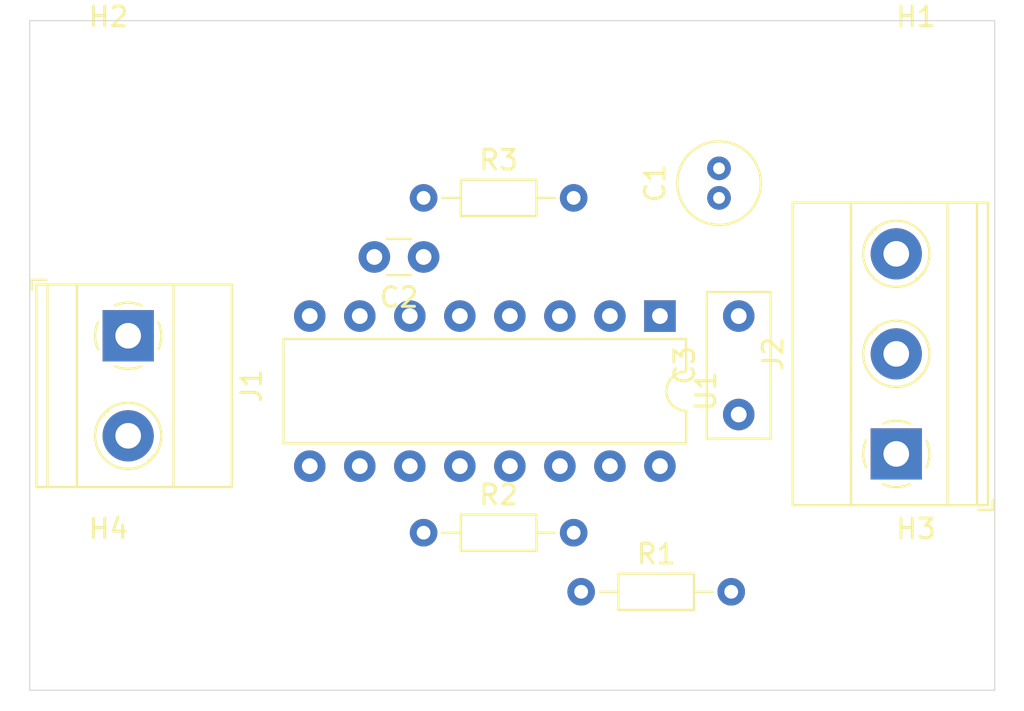
<source format=kicad_pcb>
(kicad_pcb (version 20171130) (host pcbnew "(5.1.9)-1")

  (general
    (thickness 1.6)
    (drawings 4)
    (tracks 0)
    (zones 0)
    (modules 13)
    (nets 1)
  )

  (page A4)
  (layers
    (0 F.Cu signal)
    (31 B.Cu signal)
    (32 B.Adhes user)
    (33 F.Adhes user)
    (34 B.Paste user)
    (35 F.Paste user)
    (36 B.SilkS user)
    (37 F.SilkS user)
    (38 B.Mask user)
    (39 F.Mask user)
    (40 Dwgs.User user)
    (41 Cmts.User user)
    (42 Eco1.User user)
    (43 Eco2.User user)
    (44 Edge.Cuts user)
    (45 Margin user)
    (46 B.CrtYd user)
    (47 F.CrtYd user)
    (48 B.Fab user)
    (49 F.Fab user)
  )

  (setup
    (last_trace_width 0.25)
    (trace_clearance 0.2)
    (zone_clearance 0.508)
    (zone_45_only no)
    (trace_min 0.2)
    (via_size 0.8)
    (via_drill 0.4)
    (via_min_size 0.4)
    (via_min_drill 0.3)
    (uvia_size 0.3)
    (uvia_drill 0.1)
    (uvias_allowed no)
    (uvia_min_size 0.2)
    (uvia_min_drill 0.1)
    (edge_width 0.05)
    (segment_width 0.2)
    (pcb_text_width 0.3)
    (pcb_text_size 1.5 1.5)
    (mod_edge_width 0.12)
    (mod_text_size 1 1)
    (mod_text_width 0.15)
    (pad_size 1.524 1.524)
    (pad_drill 0.762)
    (pad_to_mask_clearance 0)
    (aux_axis_origin 0 0)
    (visible_elements 7FFFFFFF)
    (pcbplotparams
      (layerselection 0x010fc_ffffffff)
      (usegerberextensions false)
      (usegerberattributes true)
      (usegerberadvancedattributes true)
      (creategerberjobfile true)
      (excludeedgelayer true)
      (linewidth 0.100000)
      (plotframeref false)
      (viasonmask false)
      (mode 1)
      (useauxorigin false)
      (hpglpennumber 1)
      (hpglpenspeed 20)
      (hpglpendiameter 15.000000)
      (psnegative false)
      (psa4output false)
      (plotreference true)
      (plotvalue true)
      (plotinvisibletext false)
      (padsonsilk false)
      (subtractmaskfromsilk false)
      (outputformat 1)
      (mirror false)
      (drillshape 1)
      (scaleselection 1)
      (outputdirectory ""))
  )

  (net 0 "")

  (net_class Default "This is the default net class."
    (clearance 0.2)
    (trace_width 0.25)
    (via_dia 0.8)
    (via_drill 0.4)
    (uvia_dia 0.3)
    (uvia_drill 0.1)
  )

  (module Capacitor_THT:C_Radial_D4.0mm_H7.0mm_P1.50mm (layer F.Cu) (tedit 5BC5C9B9) (tstamp 601BCD24)
    (at 106 46 90)
    (descr "C, Radial series, Radial, pin pitch=1.50mm, diameter=4mm, height=7mm, Non-Polar Electrolytic Capacitor")
    (tags "C Radial series Radial pin pitch 1.50mm diameter 4mm height 7mm Non-Polar Electrolytic Capacitor")
    (path /601BA0C9)
    (fp_text reference C1 (at 0.75 -3.25 90) (layer F.SilkS)
      (effects (font (size 1 1) (thickness 0.15)))
    )
    (fp_text value CAP (at 0.75 3.25 90) (layer F.Fab)
      (effects (font (size 1 1) (thickness 0.15)))
    )
    (fp_circle (center 0.75 0) (end 2.75 0) (layer F.Fab) (width 0.1))
    (fp_circle (center 0.75 0) (end 2.87 0) (layer F.SilkS) (width 0.12))
    (fp_circle (center 0.75 0) (end 3 0) (layer F.CrtYd) (width 0.05))
    (fp_text user %R (at 0.75 0 90) (layer F.Fab)
      (effects (font (size 0.8 0.8) (thickness 0.12)))
    )
    (pad 1 thru_hole circle (at 0 0 90) (size 1.2 1.2) (drill 0.6) (layers *.Cu *.Mask))
    (pad 2 thru_hole circle (at 1.5 0 90) (size 1.2 1.2) (drill 0.6) (layers *.Cu *.Mask))
    (model ${KISYS3DMOD}/Capacitor_THT.3dshapes/C_Radial_D4.0mm_H7.0mm_P1.50mm.wrl
      (at (xyz 0 0 0))
      (scale (xyz 1 1 1))
      (rotate (xyz 0 0 0))
    )
  )

  (module Capacitor_THT:C_Rect_L7.2mm_W3.0mm_P5.00mm_FKS2_FKP2_MKS2_MKP2 (layer F.Cu) (tedit 5AE50EF0) (tstamp 601BCD4A)
    (at 107 57 90)
    (descr "C, Rect series, Radial, pin pitch=5.00mm, , length*width=7.2*3.0mm^2, Capacitor, http://www.wima.com/EN/WIMA_FKS_2.pdf")
    (tags "C Rect series Radial pin pitch 5.00mm  length 7.2mm width 3.0mm Capacitor")
    (path /601BAAF9)
    (fp_text reference C3 (at 2.5 -2.75 90) (layer F.SilkS)
      (effects (font (size 1 1) (thickness 0.15)))
    )
    (fp_text value CAP (at 2.5 2.75 90) (layer F.Fab)
      (effects (font (size 1 1) (thickness 0.15)))
    )
    (fp_line (start -1.1 -1.5) (end -1.1 1.5) (layer F.Fab) (width 0.1))
    (fp_line (start -1.1 1.5) (end 6.1 1.5) (layer F.Fab) (width 0.1))
    (fp_line (start 6.1 1.5) (end 6.1 -1.5) (layer F.Fab) (width 0.1))
    (fp_line (start 6.1 -1.5) (end -1.1 -1.5) (layer F.Fab) (width 0.1))
    (fp_line (start -1.22 -1.62) (end 6.22 -1.62) (layer F.SilkS) (width 0.12))
    (fp_line (start -1.22 1.62) (end 6.22 1.62) (layer F.SilkS) (width 0.12))
    (fp_line (start -1.22 -1.62) (end -1.22 1.62) (layer F.SilkS) (width 0.12))
    (fp_line (start 6.22 -1.62) (end 6.22 1.62) (layer F.SilkS) (width 0.12))
    (fp_line (start -1.35 -1.75) (end -1.35 1.75) (layer F.CrtYd) (width 0.05))
    (fp_line (start -1.35 1.75) (end 6.35 1.75) (layer F.CrtYd) (width 0.05))
    (fp_line (start 6.35 1.75) (end 6.35 -1.75) (layer F.CrtYd) (width 0.05))
    (fp_line (start 6.35 -1.75) (end -1.35 -1.75) (layer F.CrtYd) (width 0.05))
    (fp_text user %R (at 2.5 0 90) (layer F.Fab)
      (effects (font (size 1 1) (thickness 0.15)))
    )
    (pad 1 thru_hole circle (at 0 0 90) (size 1.6 1.6) (drill 0.8) (layers *.Cu *.Mask))
    (pad 2 thru_hole circle (at 5 0 90) (size 1.6 1.6) (drill 0.8) (layers *.Cu *.Mask))
    (model ${KISYS3DMOD}/Capacitor_THT.3dshapes/C_Rect_L7.2mm_W3.0mm_P5.00mm_FKS2_FKP2_MKS2_MKP2.wrl
      (at (xyz 0 0 0))
      (scale (xyz 1 1 1))
      (rotate (xyz 0 0 0))
    )
  )

  (module MountingHole:MountingHole_3.2mm_M3 (layer F.Cu) (tedit 56D1B4CB) (tstamp 601BCD52)
    (at 116 41)
    (descr "Mounting Hole 3.2mm, no annular, M3")
    (tags "mounting hole 3.2mm no annular m3")
    (path /601BB116)
    (attr virtual)
    (fp_text reference H1 (at 0 -4.2) (layer F.SilkS)
      (effects (font (size 1 1) (thickness 0.15)))
    )
    (fp_text value MountingHole (at 0 4.2) (layer F.Fab)
      (effects (font (size 1 1) (thickness 0.15)))
    )
    (fp_circle (center 0 0) (end 3.2 0) (layer Cmts.User) (width 0.15))
    (fp_circle (center 0 0) (end 3.45 0) (layer F.CrtYd) (width 0.05))
    (fp_text user %R (at 0.3 0) (layer F.Fab)
      (effects (font (size 1 1) (thickness 0.15)))
    )
    (pad 1 np_thru_hole circle (at 0 0) (size 3.2 3.2) (drill 3.2) (layers *.Cu *.Mask))
  )

  (module MountingHole:MountingHole_3.2mm_M3 (layer F.Cu) (tedit 56D1B4CB) (tstamp 601BCD5A)
    (at 75 41)
    (descr "Mounting Hole 3.2mm, no annular, M3")
    (tags "mounting hole 3.2mm no annular m3")
    (path /601BC0D3)
    (attr virtual)
    (fp_text reference H2 (at 0 -4.2) (layer F.SilkS)
      (effects (font (size 1 1) (thickness 0.15)))
    )
    (fp_text value MountingHole (at 0 4.2) (layer F.Fab)
      (effects (font (size 1 1) (thickness 0.15)))
    )
    (fp_circle (center 0 0) (end 3.45 0) (layer F.CrtYd) (width 0.05))
    (fp_circle (center 0 0) (end 3.2 0) (layer Cmts.User) (width 0.15))
    (fp_text user %R (at 0.3 0) (layer F.Fab)
      (effects (font (size 1 1) (thickness 0.15)))
    )
    (pad 1 np_thru_hole circle (at 0 0) (size 3.2 3.2) (drill 3.2) (layers *.Cu *.Mask))
  )

  (module MountingHole:MountingHole_3.2mm_M3 (layer F.Cu) (tedit 56D1B4CB) (tstamp 601BCD62)
    (at 116 67)
    (descr "Mounting Hole 3.2mm, no annular, M3")
    (tags "mounting hole 3.2mm no annular m3")
    (path /601BC1FE)
    (attr virtual)
    (fp_text reference H3 (at 0 -4.2) (layer F.SilkS)
      (effects (font (size 1 1) (thickness 0.15)))
    )
    (fp_text value MountingHole (at 0 4.2) (layer F.Fab)
      (effects (font (size 1 1) (thickness 0.15)))
    )
    (fp_circle (center 0 0) (end 3.2 0) (layer Cmts.User) (width 0.15))
    (fp_circle (center 0 0) (end 3.45 0) (layer F.CrtYd) (width 0.05))
    (fp_text user %R (at 0.3 0) (layer F.Fab)
      (effects (font (size 1 1) (thickness 0.15)))
    )
    (pad 1 np_thru_hole circle (at 0 0) (size 3.2 3.2) (drill 3.2) (layers *.Cu *.Mask))
  )

  (module MountingHole:MountingHole_3.2mm_M3 (layer F.Cu) (tedit 56D1B4CB) (tstamp 601BCD6A)
    (at 75 67)
    (descr "Mounting Hole 3.2mm, no annular, M3")
    (tags "mounting hole 3.2mm no annular m3")
    (path /601BC3B9)
    (attr virtual)
    (fp_text reference H4 (at 0 -4.2) (layer F.SilkS)
      (effects (font (size 1 1) (thickness 0.15)))
    )
    (fp_text value MountingHole (at 0 4.2) (layer F.Fab)
      (effects (font (size 1 1) (thickness 0.15)))
    )
    (fp_circle (center 0 0) (end 3.45 0) (layer F.CrtYd) (width 0.05))
    (fp_circle (center 0 0) (end 3.2 0) (layer Cmts.User) (width 0.15))
    (fp_text user %R (at 0.3 0) (layer F.Fab)
      (effects (font (size 1 1) (thickness 0.15)))
    )
    (pad 1 np_thru_hole circle (at 0 0) (size 3.2 3.2) (drill 3.2) (layers *.Cu *.Mask))
  )

  (module TerminalBlock_Phoenix:TerminalBlock_Phoenix_MKDS-1,5-2-5.08_1x02_P5.08mm_Horizontal (layer F.Cu) (tedit 5B294EBC) (tstamp 601BCD96)
    (at 76 53 270)
    (descr "Terminal Block Phoenix MKDS-1,5-2-5.08, 2 pins, pitch 5.08mm, size 10.2x9.8mm^2, drill diamater 1.3mm, pad diameter 2.6mm, see http://www.farnell.com/datasheets/100425.pdf, script-generated using https://github.com/pointhi/kicad-footprint-generator/scripts/TerminalBlock_Phoenix")
    (tags "THT Terminal Block Phoenix MKDS-1,5-2-5.08 pitch 5.08mm size 10.2x9.8mm^2 drill 1.3mm pad 2.6mm")
    (path /601B7954)
    (fp_text reference J1 (at 2.54 -6.26 90) (layer F.SilkS)
      (effects (font (size 1 1) (thickness 0.15)))
    )
    (fp_text value Screw_Terminal_01x02 (at 2.54 5.66 90) (layer F.Fab)
      (effects (font (size 1 1) (thickness 0.15)))
    )
    (fp_circle (center 0 0) (end 1.5 0) (layer F.Fab) (width 0.1))
    (fp_circle (center 5.08 0) (end 6.58 0) (layer F.Fab) (width 0.1))
    (fp_circle (center 5.08 0) (end 6.76 0) (layer F.SilkS) (width 0.12))
    (fp_line (start -2.54 -5.2) (end 7.62 -5.2) (layer F.Fab) (width 0.1))
    (fp_line (start 7.62 -5.2) (end 7.62 4.6) (layer F.Fab) (width 0.1))
    (fp_line (start 7.62 4.6) (end -2.04 4.6) (layer F.Fab) (width 0.1))
    (fp_line (start -2.04 4.6) (end -2.54 4.1) (layer F.Fab) (width 0.1))
    (fp_line (start -2.54 4.1) (end -2.54 -5.2) (layer F.Fab) (width 0.1))
    (fp_line (start -2.54 4.1) (end 7.62 4.1) (layer F.Fab) (width 0.1))
    (fp_line (start -2.6 4.1) (end 7.68 4.1) (layer F.SilkS) (width 0.12))
    (fp_line (start -2.54 2.6) (end 7.62 2.6) (layer F.Fab) (width 0.1))
    (fp_line (start -2.6 2.6) (end 7.68 2.6) (layer F.SilkS) (width 0.12))
    (fp_line (start -2.54 -2.3) (end 7.62 -2.3) (layer F.Fab) (width 0.1))
    (fp_line (start -2.6 -2.301) (end 7.68 -2.301) (layer F.SilkS) (width 0.12))
    (fp_line (start -2.6 -5.261) (end 7.68 -5.261) (layer F.SilkS) (width 0.12))
    (fp_line (start -2.6 4.66) (end 7.68 4.66) (layer F.SilkS) (width 0.12))
    (fp_line (start -2.6 -5.261) (end -2.6 4.66) (layer F.SilkS) (width 0.12))
    (fp_line (start 7.68 -5.261) (end 7.68 4.66) (layer F.SilkS) (width 0.12))
    (fp_line (start 1.138 -0.955) (end -0.955 1.138) (layer F.Fab) (width 0.1))
    (fp_line (start 0.955 -1.138) (end -1.138 0.955) (layer F.Fab) (width 0.1))
    (fp_line (start 6.218 -0.955) (end 4.126 1.138) (layer F.Fab) (width 0.1))
    (fp_line (start 6.035 -1.138) (end 3.943 0.955) (layer F.Fab) (width 0.1))
    (fp_line (start 6.355 -1.069) (end 6.308 -1.023) (layer F.SilkS) (width 0.12))
    (fp_line (start 4.046 1.239) (end 4.011 1.274) (layer F.SilkS) (width 0.12))
    (fp_line (start 6.15 -1.275) (end 6.115 -1.239) (layer F.SilkS) (width 0.12))
    (fp_line (start 3.853 1.023) (end 3.806 1.069) (layer F.SilkS) (width 0.12))
    (fp_line (start -2.84 4.16) (end -2.84 4.9) (layer F.SilkS) (width 0.12))
    (fp_line (start -2.84 4.9) (end -2.34 4.9) (layer F.SilkS) (width 0.12))
    (fp_line (start -3.04 -5.71) (end -3.04 5.1) (layer F.CrtYd) (width 0.05))
    (fp_line (start -3.04 5.1) (end 8.13 5.1) (layer F.CrtYd) (width 0.05))
    (fp_line (start 8.13 5.1) (end 8.13 -5.71) (layer F.CrtYd) (width 0.05))
    (fp_line (start 8.13 -5.71) (end -3.04 -5.71) (layer F.CrtYd) (width 0.05))
    (fp_arc (start 0 0) (end 0 1.68) (angle -24) (layer F.SilkS) (width 0.12))
    (fp_arc (start 0 0) (end 1.535 0.684) (angle -48) (layer F.SilkS) (width 0.12))
    (fp_arc (start 0 0) (end 0.684 -1.535) (angle -48) (layer F.SilkS) (width 0.12))
    (fp_arc (start 0 0) (end -1.535 -0.684) (angle -48) (layer F.SilkS) (width 0.12))
    (fp_arc (start 0 0) (end -0.684 1.535) (angle -25) (layer F.SilkS) (width 0.12))
    (fp_text user %R (at 2.54 3.2 90) (layer F.Fab)
      (effects (font (size 1 1) (thickness 0.15)))
    )
    (pad 1 thru_hole rect (at 0 0 270) (size 2.6 2.6) (drill 1.3) (layers *.Cu *.Mask))
    (pad 2 thru_hole circle (at 5.08 0 270) (size 2.6 2.6) (drill 1.3) (layers *.Cu *.Mask))
    (model ${KISYS3DMOD}/TerminalBlock_Phoenix.3dshapes/TerminalBlock_Phoenix_MKDS-1,5-2-5.08_1x02_P5.08mm_Horizontal.wrl
      (at (xyz 0 0 0))
      (scale (xyz 1 1 1))
      (rotate (xyz 0 0 0))
    )
  )

  (module TerminalBlock_Phoenix:TerminalBlock_Phoenix_MKDS-1,5-3-5.08_1x03_P5.08mm_Horizontal (layer F.Cu) (tedit 5B294EBC) (tstamp 601BCDCB)
    (at 115 59 90)
    (descr "Terminal Block Phoenix MKDS-1,5-3-5.08, 3 pins, pitch 5.08mm, size 15.2x9.8mm^2, drill diamater 1.3mm, pad diameter 2.6mm, see http://www.farnell.com/datasheets/100425.pdf, script-generated using https://github.com/pointhi/kicad-footprint-generator/scripts/TerminalBlock_Phoenix")
    (tags "THT Terminal Block Phoenix MKDS-1,5-3-5.08 pitch 5.08mm size 15.2x9.8mm^2 drill 1.3mm pad 2.6mm")
    (path /601B6F84)
    (fp_text reference J2 (at 5.08 -6.26 90) (layer F.SilkS)
      (effects (font (size 1 1) (thickness 0.15)))
    )
    (fp_text value Screw_Terminal_01x03 (at 5.08 5.66 90) (layer F.Fab)
      (effects (font (size 1 1) (thickness 0.15)))
    )
    (fp_circle (center 0 0) (end 1.5 0) (layer F.Fab) (width 0.1))
    (fp_circle (center 5.08 0) (end 6.58 0) (layer F.Fab) (width 0.1))
    (fp_circle (center 5.08 0) (end 6.76 0) (layer F.SilkS) (width 0.12))
    (fp_circle (center 10.16 0) (end 11.66 0) (layer F.Fab) (width 0.1))
    (fp_circle (center 10.16 0) (end 11.84 0) (layer F.SilkS) (width 0.12))
    (fp_line (start -2.54 -5.2) (end 12.7 -5.2) (layer F.Fab) (width 0.1))
    (fp_line (start 12.7 -5.2) (end 12.7 4.6) (layer F.Fab) (width 0.1))
    (fp_line (start 12.7 4.6) (end -2.04 4.6) (layer F.Fab) (width 0.1))
    (fp_line (start -2.04 4.6) (end -2.54 4.1) (layer F.Fab) (width 0.1))
    (fp_line (start -2.54 4.1) (end -2.54 -5.2) (layer F.Fab) (width 0.1))
    (fp_line (start -2.54 4.1) (end 12.7 4.1) (layer F.Fab) (width 0.1))
    (fp_line (start -2.6 4.1) (end 12.76 4.1) (layer F.SilkS) (width 0.12))
    (fp_line (start -2.54 2.6) (end 12.7 2.6) (layer F.Fab) (width 0.1))
    (fp_line (start -2.6 2.6) (end 12.76 2.6) (layer F.SilkS) (width 0.12))
    (fp_line (start -2.54 -2.3) (end 12.7 -2.3) (layer F.Fab) (width 0.1))
    (fp_line (start -2.6 -2.301) (end 12.76 -2.301) (layer F.SilkS) (width 0.12))
    (fp_line (start -2.6 -5.261) (end 12.76 -5.261) (layer F.SilkS) (width 0.12))
    (fp_line (start -2.6 4.66) (end 12.76 4.66) (layer F.SilkS) (width 0.12))
    (fp_line (start -2.6 -5.261) (end -2.6 4.66) (layer F.SilkS) (width 0.12))
    (fp_line (start 12.76 -5.261) (end 12.76 4.66) (layer F.SilkS) (width 0.12))
    (fp_line (start 1.138 -0.955) (end -0.955 1.138) (layer F.Fab) (width 0.1))
    (fp_line (start 0.955 -1.138) (end -1.138 0.955) (layer F.Fab) (width 0.1))
    (fp_line (start 6.218 -0.955) (end 4.126 1.138) (layer F.Fab) (width 0.1))
    (fp_line (start 6.035 -1.138) (end 3.943 0.955) (layer F.Fab) (width 0.1))
    (fp_line (start 6.355 -1.069) (end 6.308 -1.023) (layer F.SilkS) (width 0.12))
    (fp_line (start 4.046 1.239) (end 4.011 1.274) (layer F.SilkS) (width 0.12))
    (fp_line (start 6.15 -1.275) (end 6.115 -1.239) (layer F.SilkS) (width 0.12))
    (fp_line (start 3.853 1.023) (end 3.806 1.069) (layer F.SilkS) (width 0.12))
    (fp_line (start 11.298 -0.955) (end 9.206 1.138) (layer F.Fab) (width 0.1))
    (fp_line (start 11.115 -1.138) (end 9.023 0.955) (layer F.Fab) (width 0.1))
    (fp_line (start 11.435 -1.069) (end 11.388 -1.023) (layer F.SilkS) (width 0.12))
    (fp_line (start 9.126 1.239) (end 9.091 1.274) (layer F.SilkS) (width 0.12))
    (fp_line (start 11.23 -1.275) (end 11.195 -1.239) (layer F.SilkS) (width 0.12))
    (fp_line (start 8.933 1.023) (end 8.886 1.069) (layer F.SilkS) (width 0.12))
    (fp_line (start -2.84 4.16) (end -2.84 4.9) (layer F.SilkS) (width 0.12))
    (fp_line (start -2.84 4.9) (end -2.34 4.9) (layer F.SilkS) (width 0.12))
    (fp_line (start -3.04 -5.71) (end -3.04 5.1) (layer F.CrtYd) (width 0.05))
    (fp_line (start -3.04 5.1) (end 13.21 5.1) (layer F.CrtYd) (width 0.05))
    (fp_line (start 13.21 5.1) (end 13.21 -5.71) (layer F.CrtYd) (width 0.05))
    (fp_line (start 13.21 -5.71) (end -3.04 -5.71) (layer F.CrtYd) (width 0.05))
    (fp_arc (start 0 0) (end 0 1.68) (angle -24) (layer F.SilkS) (width 0.12))
    (fp_arc (start 0 0) (end 1.535 0.684) (angle -48) (layer F.SilkS) (width 0.12))
    (fp_arc (start 0 0) (end 0.684 -1.535) (angle -48) (layer F.SilkS) (width 0.12))
    (fp_arc (start 0 0) (end -1.535 -0.684) (angle -48) (layer F.SilkS) (width 0.12))
    (fp_arc (start 0 0) (end -0.684 1.535) (angle -25) (layer F.SilkS) (width 0.12))
    (fp_text user %R (at 5.08 3.2 90) (layer F.Fab)
      (effects (font (size 1 1) (thickness 0.15)))
    )
    (pad 1 thru_hole rect (at 0 0 90) (size 2.6 2.6) (drill 1.3) (layers *.Cu *.Mask))
    (pad 2 thru_hole circle (at 5.08 0 90) (size 2.6 2.6) (drill 1.3) (layers *.Cu *.Mask))
    (pad 3 thru_hole circle (at 10.16 0 90) (size 2.6 2.6) (drill 1.3) (layers *.Cu *.Mask))
    (model ${KISYS3DMOD}/TerminalBlock_Phoenix.3dshapes/TerminalBlock_Phoenix_MKDS-1,5-3-5.08_1x03_P5.08mm_Horizontal.wrl
      (at (xyz 0 0 0))
      (scale (xyz 1 1 1))
      (rotate (xyz 0 0 0))
    )
  )

  (module Resistor_THT:R_Axial_DIN0204_L3.6mm_D1.6mm_P7.62mm_Horizontal (layer F.Cu) (tedit 5AE5139B) (tstamp 601BCDE2)
    (at 99 66)
    (descr "Resistor, Axial_DIN0204 series, Axial, Horizontal, pin pitch=7.62mm, 0.167W, length*diameter=3.6*1.6mm^2, http://cdn-reichelt.de/documents/datenblatt/B400/1_4W%23YAG.pdf")
    (tags "Resistor Axial_DIN0204 series Axial Horizontal pin pitch 7.62mm 0.167W length 3.6mm diameter 1.6mm")
    (path /601B906C)
    (fp_text reference R1 (at 3.81 -1.92) (layer F.SilkS)
      (effects (font (size 1 1) (thickness 0.15)))
    )
    (fp_text value R (at 3.81 1.92) (layer F.Fab)
      (effects (font (size 1 1) (thickness 0.15)))
    )
    (fp_line (start 2.01 -0.8) (end 2.01 0.8) (layer F.Fab) (width 0.1))
    (fp_line (start 2.01 0.8) (end 5.61 0.8) (layer F.Fab) (width 0.1))
    (fp_line (start 5.61 0.8) (end 5.61 -0.8) (layer F.Fab) (width 0.1))
    (fp_line (start 5.61 -0.8) (end 2.01 -0.8) (layer F.Fab) (width 0.1))
    (fp_line (start 0 0) (end 2.01 0) (layer F.Fab) (width 0.1))
    (fp_line (start 7.62 0) (end 5.61 0) (layer F.Fab) (width 0.1))
    (fp_line (start 1.89 -0.92) (end 1.89 0.92) (layer F.SilkS) (width 0.12))
    (fp_line (start 1.89 0.92) (end 5.73 0.92) (layer F.SilkS) (width 0.12))
    (fp_line (start 5.73 0.92) (end 5.73 -0.92) (layer F.SilkS) (width 0.12))
    (fp_line (start 5.73 -0.92) (end 1.89 -0.92) (layer F.SilkS) (width 0.12))
    (fp_line (start 0.94 0) (end 1.89 0) (layer F.SilkS) (width 0.12))
    (fp_line (start 6.68 0) (end 5.73 0) (layer F.SilkS) (width 0.12))
    (fp_line (start -0.95 -1.05) (end -0.95 1.05) (layer F.CrtYd) (width 0.05))
    (fp_line (start -0.95 1.05) (end 8.57 1.05) (layer F.CrtYd) (width 0.05))
    (fp_line (start 8.57 1.05) (end 8.57 -1.05) (layer F.CrtYd) (width 0.05))
    (fp_line (start 8.57 -1.05) (end -0.95 -1.05) (layer F.CrtYd) (width 0.05))
    (fp_text user %R (at 3.81 0) (layer F.Fab)
      (effects (font (size 0.72 0.72) (thickness 0.108)))
    )
    (pad 1 thru_hole circle (at 0 0) (size 1.4 1.4) (drill 0.7) (layers *.Cu *.Mask))
    (pad 2 thru_hole oval (at 7.62 0) (size 1.4 1.4) (drill 0.7) (layers *.Cu *.Mask))
    (model ${KISYS3DMOD}/Resistor_THT.3dshapes/R_Axial_DIN0204_L3.6mm_D1.6mm_P7.62mm_Horizontal.wrl
      (at (xyz 0 0 0))
      (scale (xyz 1 1 1))
      (rotate (xyz 0 0 0))
    )
  )

  (module Resistor_THT:R_Axial_DIN0204_L3.6mm_D1.6mm_P7.62mm_Horizontal (layer F.Cu) (tedit 5AE5139B) (tstamp 601BCDF9)
    (at 91 63)
    (descr "Resistor, Axial_DIN0204 series, Axial, Horizontal, pin pitch=7.62mm, 0.167W, length*diameter=3.6*1.6mm^2, http://cdn-reichelt.de/documents/datenblatt/B400/1_4W%23YAG.pdf")
    (tags "Resistor Axial_DIN0204 series Axial Horizontal pin pitch 7.62mm 0.167W length 3.6mm diameter 1.6mm")
    (path /601B9BE0)
    (fp_text reference R2 (at 3.81 -1.92) (layer F.SilkS)
      (effects (font (size 1 1) (thickness 0.15)))
    )
    (fp_text value R (at 3.81 1.92) (layer F.Fab)
      (effects (font (size 1 1) (thickness 0.15)))
    )
    (fp_line (start 8.57 -1.05) (end -0.95 -1.05) (layer F.CrtYd) (width 0.05))
    (fp_line (start 8.57 1.05) (end 8.57 -1.05) (layer F.CrtYd) (width 0.05))
    (fp_line (start -0.95 1.05) (end 8.57 1.05) (layer F.CrtYd) (width 0.05))
    (fp_line (start -0.95 -1.05) (end -0.95 1.05) (layer F.CrtYd) (width 0.05))
    (fp_line (start 6.68 0) (end 5.73 0) (layer F.SilkS) (width 0.12))
    (fp_line (start 0.94 0) (end 1.89 0) (layer F.SilkS) (width 0.12))
    (fp_line (start 5.73 -0.92) (end 1.89 -0.92) (layer F.SilkS) (width 0.12))
    (fp_line (start 5.73 0.92) (end 5.73 -0.92) (layer F.SilkS) (width 0.12))
    (fp_line (start 1.89 0.92) (end 5.73 0.92) (layer F.SilkS) (width 0.12))
    (fp_line (start 1.89 -0.92) (end 1.89 0.92) (layer F.SilkS) (width 0.12))
    (fp_line (start 7.62 0) (end 5.61 0) (layer F.Fab) (width 0.1))
    (fp_line (start 0 0) (end 2.01 0) (layer F.Fab) (width 0.1))
    (fp_line (start 5.61 -0.8) (end 2.01 -0.8) (layer F.Fab) (width 0.1))
    (fp_line (start 5.61 0.8) (end 5.61 -0.8) (layer F.Fab) (width 0.1))
    (fp_line (start 2.01 0.8) (end 5.61 0.8) (layer F.Fab) (width 0.1))
    (fp_line (start 2.01 -0.8) (end 2.01 0.8) (layer F.Fab) (width 0.1))
    (fp_text user %R (at 3.81 0) (layer F.Fab)
      (effects (font (size 0.72 0.72) (thickness 0.108)))
    )
    (pad 2 thru_hole oval (at 7.62 0) (size 1.4 1.4) (drill 0.7) (layers *.Cu *.Mask))
    (pad 1 thru_hole circle (at 0 0) (size 1.4 1.4) (drill 0.7) (layers *.Cu *.Mask))
    (model ${KISYS3DMOD}/Resistor_THT.3dshapes/R_Axial_DIN0204_L3.6mm_D1.6mm_P7.62mm_Horizontal.wrl
      (at (xyz 0 0 0))
      (scale (xyz 1 1 1))
      (rotate (xyz 0 0 0))
    )
  )

  (module Resistor_THT:R_Axial_DIN0204_L3.6mm_D1.6mm_P7.62mm_Horizontal (layer F.Cu) (tedit 5AE5139B) (tstamp 601BCE10)
    (at 91 46)
    (descr "Resistor, Axial_DIN0204 series, Axial, Horizontal, pin pitch=7.62mm, 0.167W, length*diameter=3.6*1.6mm^2, http://cdn-reichelt.de/documents/datenblatt/B400/1_4W%23YAG.pdf")
    (tags "Resistor Axial_DIN0204 series Axial Horizontal pin pitch 7.62mm 0.167W length 3.6mm diameter 1.6mm")
    (path /601B9DAF)
    (fp_text reference R3 (at 3.81 -1.92) (layer F.SilkS)
      (effects (font (size 1 1) (thickness 0.15)))
    )
    (fp_text value R (at 3.81 1.92) (layer F.Fab)
      (effects (font (size 1 1) (thickness 0.15)))
    )
    (fp_line (start 2.01 -0.8) (end 2.01 0.8) (layer F.Fab) (width 0.1))
    (fp_line (start 2.01 0.8) (end 5.61 0.8) (layer F.Fab) (width 0.1))
    (fp_line (start 5.61 0.8) (end 5.61 -0.8) (layer F.Fab) (width 0.1))
    (fp_line (start 5.61 -0.8) (end 2.01 -0.8) (layer F.Fab) (width 0.1))
    (fp_line (start 0 0) (end 2.01 0) (layer F.Fab) (width 0.1))
    (fp_line (start 7.62 0) (end 5.61 0) (layer F.Fab) (width 0.1))
    (fp_line (start 1.89 -0.92) (end 1.89 0.92) (layer F.SilkS) (width 0.12))
    (fp_line (start 1.89 0.92) (end 5.73 0.92) (layer F.SilkS) (width 0.12))
    (fp_line (start 5.73 0.92) (end 5.73 -0.92) (layer F.SilkS) (width 0.12))
    (fp_line (start 5.73 -0.92) (end 1.89 -0.92) (layer F.SilkS) (width 0.12))
    (fp_line (start 0.94 0) (end 1.89 0) (layer F.SilkS) (width 0.12))
    (fp_line (start 6.68 0) (end 5.73 0) (layer F.SilkS) (width 0.12))
    (fp_line (start -0.95 -1.05) (end -0.95 1.05) (layer F.CrtYd) (width 0.05))
    (fp_line (start -0.95 1.05) (end 8.57 1.05) (layer F.CrtYd) (width 0.05))
    (fp_line (start 8.57 1.05) (end 8.57 -1.05) (layer F.CrtYd) (width 0.05))
    (fp_line (start 8.57 -1.05) (end -0.95 -1.05) (layer F.CrtYd) (width 0.05))
    (fp_text user %R (at 3.81 0) (layer F.Fab)
      (effects (font (size 0.72 0.72) (thickness 0.108)))
    )
    (pad 1 thru_hole circle (at 0 0) (size 1.4 1.4) (drill 0.7) (layers *.Cu *.Mask))
    (pad 2 thru_hole oval (at 7.62 0) (size 1.4 1.4) (drill 0.7) (layers *.Cu *.Mask))
    (model ${KISYS3DMOD}/Resistor_THT.3dshapes/R_Axial_DIN0204_L3.6mm_D1.6mm_P7.62mm_Horizontal.wrl
      (at (xyz 0 0 0))
      (scale (xyz 1 1 1))
      (rotate (xyz 0 0 0))
    )
  )

  (module Package_DIP:DIP-16_W7.62mm (layer F.Cu) (tedit 5A02E8C5) (tstamp 601BCE34)
    (at 103 52 270)
    (descr "16-lead though-hole mounted DIP package, row spacing 7.62 mm (300 mils)")
    (tags "THT DIP DIL PDIP 2.54mm 7.62mm 300mil")
    (path /601B84AD)
    (fp_text reference U1 (at 3.81 -2.33 90) (layer F.SilkS)
      (effects (font (size 1 1) (thickness 0.15)))
    )
    (fp_text value TL494 (at 3.81 20.11 90) (layer F.Fab)
      (effects (font (size 1 1) (thickness 0.15)))
    )
    (fp_line (start 1.635 -1.27) (end 6.985 -1.27) (layer F.Fab) (width 0.1))
    (fp_line (start 6.985 -1.27) (end 6.985 19.05) (layer F.Fab) (width 0.1))
    (fp_line (start 6.985 19.05) (end 0.635 19.05) (layer F.Fab) (width 0.1))
    (fp_line (start 0.635 19.05) (end 0.635 -0.27) (layer F.Fab) (width 0.1))
    (fp_line (start 0.635 -0.27) (end 1.635 -1.27) (layer F.Fab) (width 0.1))
    (fp_line (start 2.81 -1.33) (end 1.16 -1.33) (layer F.SilkS) (width 0.12))
    (fp_line (start 1.16 -1.33) (end 1.16 19.11) (layer F.SilkS) (width 0.12))
    (fp_line (start 1.16 19.11) (end 6.46 19.11) (layer F.SilkS) (width 0.12))
    (fp_line (start 6.46 19.11) (end 6.46 -1.33) (layer F.SilkS) (width 0.12))
    (fp_line (start 6.46 -1.33) (end 4.81 -1.33) (layer F.SilkS) (width 0.12))
    (fp_line (start -1.1 -1.55) (end -1.1 19.3) (layer F.CrtYd) (width 0.05))
    (fp_line (start -1.1 19.3) (end 8.7 19.3) (layer F.CrtYd) (width 0.05))
    (fp_line (start 8.7 19.3) (end 8.7 -1.55) (layer F.CrtYd) (width 0.05))
    (fp_line (start 8.7 -1.55) (end -1.1 -1.55) (layer F.CrtYd) (width 0.05))
    (fp_arc (start 3.81 -1.33) (end 2.81 -1.33) (angle -180) (layer F.SilkS) (width 0.12))
    (fp_text user %R (at 3.81 8.89 90) (layer F.Fab)
      (effects (font (size 1 1) (thickness 0.15)))
    )
    (pad 1 thru_hole rect (at 0 0 270) (size 1.6 1.6) (drill 0.8) (layers *.Cu *.Mask))
    (pad 9 thru_hole oval (at 7.62 17.78 270) (size 1.6 1.6) (drill 0.8) (layers *.Cu *.Mask))
    (pad 2 thru_hole oval (at 0 2.54 270) (size 1.6 1.6) (drill 0.8) (layers *.Cu *.Mask))
    (pad 10 thru_hole oval (at 7.62 15.24 270) (size 1.6 1.6) (drill 0.8) (layers *.Cu *.Mask))
    (pad 3 thru_hole oval (at 0 5.08 270) (size 1.6 1.6) (drill 0.8) (layers *.Cu *.Mask))
    (pad 11 thru_hole oval (at 7.62 12.7 270) (size 1.6 1.6) (drill 0.8) (layers *.Cu *.Mask))
    (pad 4 thru_hole oval (at 0 7.62 270) (size 1.6 1.6) (drill 0.8) (layers *.Cu *.Mask))
    (pad 12 thru_hole oval (at 7.62 10.16 270) (size 1.6 1.6) (drill 0.8) (layers *.Cu *.Mask))
    (pad 5 thru_hole oval (at 0 10.16 270) (size 1.6 1.6) (drill 0.8) (layers *.Cu *.Mask))
    (pad 13 thru_hole oval (at 7.62 7.62 270) (size 1.6 1.6) (drill 0.8) (layers *.Cu *.Mask))
    (pad 6 thru_hole oval (at 0 12.7 270) (size 1.6 1.6) (drill 0.8) (layers *.Cu *.Mask))
    (pad 14 thru_hole oval (at 7.62 5.08 270) (size 1.6 1.6) (drill 0.8) (layers *.Cu *.Mask))
    (pad 7 thru_hole oval (at 0 15.24 270) (size 1.6 1.6) (drill 0.8) (layers *.Cu *.Mask))
    (pad 15 thru_hole oval (at 7.62 2.54 270) (size 1.6 1.6) (drill 0.8) (layers *.Cu *.Mask))
    (pad 8 thru_hole oval (at 0 17.78 270) (size 1.6 1.6) (drill 0.8) (layers *.Cu *.Mask))
    (pad 16 thru_hole oval (at 7.62 0 270) (size 1.6 1.6) (drill 0.8) (layers *.Cu *.Mask))
    (model ${KISYS3DMOD}/Package_DIP.3dshapes/DIP-16_W7.62mm.wrl
      (at (xyz 0 0 0))
      (scale (xyz 1 1 1))
      (rotate (xyz 0 0 0))
    )
  )

  (module Capacitor_THT:C_Disc_D3.0mm_W1.6mm_P2.50mm (layer F.Cu) (tedit 5AE50EF0) (tstamp 601B757E)
    (at 91 49 180)
    (descr "C, Disc series, Radial, pin pitch=2.50mm, , diameter*width=3.0*1.6mm^2, Capacitor, http://www.vishay.com/docs/45233/krseries.pdf")
    (tags "C Disc series Radial pin pitch 2.50mm  diameter 3.0mm width 1.6mm Capacitor")
    (path /601BADF8)
    (fp_text reference C2 (at 1.25 -2.05) (layer F.SilkS)
      (effects (font (size 1 1) (thickness 0.15)))
    )
    (fp_text value CAP (at 1.25 2.05) (layer F.Fab)
      (effects (font (size 1 1) (thickness 0.15)))
    )
    (fp_line (start 3.55 -1.05) (end -1.05 -1.05) (layer F.CrtYd) (width 0.05))
    (fp_line (start 3.55 1.05) (end 3.55 -1.05) (layer F.CrtYd) (width 0.05))
    (fp_line (start -1.05 1.05) (end 3.55 1.05) (layer F.CrtYd) (width 0.05))
    (fp_line (start -1.05 -1.05) (end -1.05 1.05) (layer F.CrtYd) (width 0.05))
    (fp_line (start 0.621 0.92) (end 1.879 0.92) (layer F.SilkS) (width 0.12))
    (fp_line (start 0.621 -0.92) (end 1.879 -0.92) (layer F.SilkS) (width 0.12))
    (fp_line (start 2.75 -0.8) (end -0.25 -0.8) (layer F.Fab) (width 0.1))
    (fp_line (start 2.75 0.8) (end 2.75 -0.8) (layer F.Fab) (width 0.1))
    (fp_line (start -0.25 0.8) (end 2.75 0.8) (layer F.Fab) (width 0.1))
    (fp_line (start -0.25 -0.8) (end -0.25 0.8) (layer F.Fab) (width 0.1))
    (fp_text user %R (at 1.25 0) (layer F.Fab)
      (effects (font (size 0.6 0.6) (thickness 0.09)))
    )
    (pad 1 thru_hole circle (at 0 0 180) (size 1.6 1.6) (drill 0.8) (layers *.Cu *.Mask))
    (pad 2 thru_hole circle (at 2.5 0 180) (size 1.6 1.6) (drill 0.8) (layers *.Cu *.Mask))
    (model ${KISYS3DMOD}/Capacitor_THT.3dshapes/C_Disc_D3.0mm_W1.6mm_P2.50mm.wrl
      (at (xyz 0 0 0))
      (scale (xyz 1 1 1))
      (rotate (xyz 0 0 0))
    )
  )

  (gr_line (start 120 37) (end 71 37) (layer Edge.Cuts) (width 0.05) (tstamp 601B7649))
  (gr_line (start 120 71) (end 120 37) (layer Edge.Cuts) (width 0.05))
  (gr_line (start 71 71) (end 120 71) (layer Edge.Cuts) (width 0.05))
  (gr_line (start 71 71) (end 71 37) (layer Edge.Cuts) (width 0.05))

)

</source>
